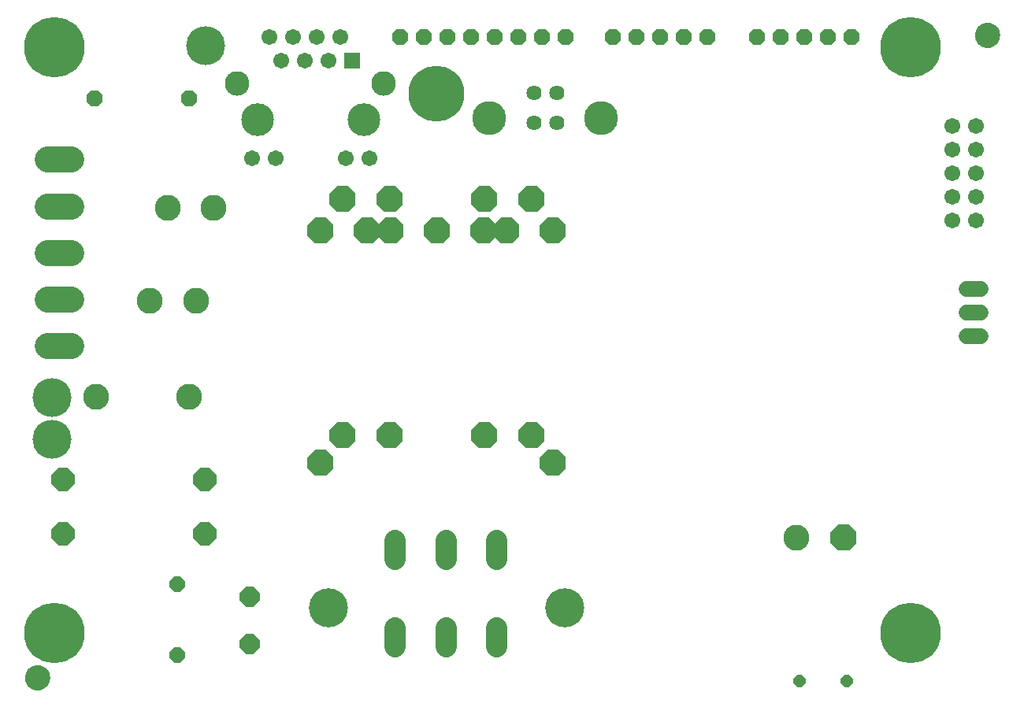
<source format=gbs>
G75*
G70*
%OFA0B0*%
%FSLAX24Y24*%
%IPPOS*%
%LPD*%
%AMOC8*
5,1,8,0,0,1.08239X$1,22.5*
%
%ADD10C,0.1100*%
%ADD11OC8,0.1100*%
%ADD12C,0.1100*%
%ADD13OC8,0.0973*%
%ADD14C,0.0907*%
%ADD15OC8,0.0640*%
%ADD16OC8,0.0840*%
%ADD17C,0.1653*%
%ADD18C,0.0674*%
%ADD19C,0.0674*%
%ADD20C,0.0640*%
%ADD21C,0.1436*%
%ADD22OC8,0.0674*%
%ADD23R,0.0674X0.0674*%
%ADD24C,0.1039*%
%ADD25C,0.1386*%
%ADD26OC8,0.0680*%
%ADD27C,0.0050*%
%ADD28C,0.2562*%
%ADD29C,0.1650*%
%ADD30OC8,0.0516*%
%ADD31C,0.2365*%
D10*
X009384Y017787D03*
X013321Y017787D03*
X013622Y021853D03*
X011672Y021853D03*
X012420Y025790D03*
X014370Y025790D03*
X039047Y011812D03*
D11*
X041047Y011812D03*
X028742Y014976D03*
X027821Y016147D03*
X025821Y016147D03*
X021821Y016147D03*
X019821Y016147D03*
X018900Y014976D03*
X018900Y024818D03*
X019821Y026147D03*
X020868Y024818D03*
X021853Y024818D03*
X021821Y026147D03*
X023821Y024818D03*
X025790Y024818D03*
X026774Y024818D03*
X025821Y026147D03*
X027821Y026147D03*
X028742Y024818D03*
D12*
X008328Y023906D02*
X007328Y023906D01*
X007328Y025874D02*
X008328Y025874D01*
X008328Y027843D02*
X007328Y027843D01*
X007328Y021937D02*
X008328Y021937D01*
X008328Y019969D02*
X007328Y019969D01*
D13*
X008006Y014292D03*
X008006Y011986D03*
X014006Y011986D03*
X014006Y014292D03*
D14*
X022046Y011734D02*
X022046Y010909D01*
X024196Y010909D02*
X024196Y011734D01*
X026346Y011734D02*
X026346Y010909D01*
X026346Y008034D02*
X026346Y007209D01*
X024196Y007209D02*
X024196Y008034D01*
X022046Y008034D02*
X022046Y007209D01*
D15*
X012821Y006847D03*
X012821Y009847D03*
D16*
X015896Y009322D03*
X015896Y007322D03*
D17*
X019221Y008847D03*
X029221Y008847D03*
D18*
X046224Y020347D02*
X046818Y020347D01*
X046818Y021347D02*
X046224Y021347D01*
X046224Y022347D02*
X046818Y022347D01*
D19*
X046640Y025259D03*
X045640Y025259D03*
X045640Y026259D03*
X046640Y026259D03*
X046640Y027259D03*
X045640Y027259D03*
X045640Y028259D03*
X046640Y028259D03*
X046640Y029259D03*
X045640Y029259D03*
X020966Y027903D03*
X019966Y027903D03*
X016986Y027903D03*
X015986Y027903D03*
X017226Y032021D03*
X018226Y032021D03*
X019226Y032021D03*
X019726Y033021D03*
X018726Y033021D03*
X017726Y033021D03*
X016726Y033021D03*
D20*
X027920Y030658D03*
X028904Y030658D03*
X028904Y029398D03*
X027920Y029398D03*
D21*
X026042Y029595D03*
X030782Y029595D03*
D22*
X031271Y033022D03*
X032271Y033022D03*
X033271Y033022D03*
X034271Y033022D03*
X035271Y033022D03*
X037371Y033022D03*
X038371Y033022D03*
X039371Y033022D03*
X040371Y033022D03*
X041371Y033022D03*
X029271Y033022D03*
X028271Y033022D03*
X027271Y033022D03*
X026271Y033022D03*
X025271Y033022D03*
X024271Y033022D03*
X023271Y033022D03*
X022271Y033022D03*
D23*
X020226Y032021D03*
D24*
X021576Y031052D03*
X015375Y031052D03*
D25*
X016226Y029521D03*
X020726Y029521D03*
D26*
X013321Y030422D03*
X009321Y030422D03*
D27*
X006600Y005514D02*
X006671Y005464D01*
X006750Y005427D01*
X006834Y005404D01*
X006921Y005397D01*
X007008Y005404D01*
X007092Y005427D01*
X007171Y005464D01*
X007243Y005514D01*
X007304Y005575D01*
X007354Y005647D01*
X007391Y005726D01*
X006451Y005726D01*
X006429Y005810D01*
X006421Y005897D01*
X006429Y005984D01*
X006451Y006068D01*
X006488Y006147D01*
X006538Y006218D01*
X006600Y006280D01*
X006671Y006330D01*
X006750Y006367D01*
X006834Y006389D01*
X006921Y006397D01*
X007008Y006389D01*
X007092Y006367D01*
X007171Y006330D01*
X007243Y006280D01*
X007304Y006218D01*
X007354Y006147D01*
X007391Y006068D01*
X007414Y005984D01*
X007421Y005897D01*
X007414Y005810D01*
X007391Y005726D01*
X007404Y005774D02*
X006438Y005774D01*
X006428Y005823D02*
X007415Y005823D01*
X007419Y005871D02*
X006423Y005871D01*
X006423Y005920D02*
X007419Y005920D01*
X007415Y005968D02*
X006427Y005968D01*
X006438Y006017D02*
X007405Y006017D01*
X007392Y006065D02*
X006451Y006065D01*
X006473Y006114D02*
X007370Y006114D01*
X007343Y006162D02*
X006499Y006162D01*
X006533Y006211D02*
X007309Y006211D01*
X007263Y006259D02*
X006579Y006259D01*
X006640Y006308D02*
X007203Y006308D01*
X007114Y006356D02*
X006728Y006356D01*
X006451Y005726D02*
X006488Y005647D01*
X006538Y005575D01*
X006600Y005514D01*
X006582Y005532D02*
X007261Y005532D01*
X007308Y005580D02*
X006535Y005580D01*
X006501Y005629D02*
X007342Y005629D01*
X007368Y005677D02*
X006474Y005677D01*
X006643Y005483D02*
X007199Y005483D01*
X007109Y005435D02*
X006733Y005435D01*
X046688Y032847D02*
X046651Y032926D01*
X046629Y033010D01*
X046621Y033097D01*
X046629Y033184D01*
X046651Y033268D01*
X046688Y033347D01*
X046738Y033418D01*
X046800Y033480D01*
X046871Y033530D01*
X046950Y033567D01*
X047034Y033589D01*
X047121Y033597D01*
X047208Y033589D01*
X047292Y033567D01*
X047371Y033530D01*
X047443Y033480D01*
X047504Y033418D01*
X047554Y033347D01*
X047591Y033268D01*
X047614Y033184D01*
X047621Y033097D01*
X047614Y033010D01*
X047591Y032926D01*
X047554Y032847D01*
X047504Y032775D01*
X047443Y032714D01*
X047371Y032664D01*
X047292Y032627D01*
X047208Y032604D01*
X047121Y032597D01*
X047034Y032604D01*
X046950Y032627D01*
X046871Y032664D01*
X046800Y032714D01*
X046738Y032775D01*
X046688Y032847D01*
X046695Y032837D02*
X047548Y032837D01*
X047572Y032886D02*
X046670Y032886D01*
X046649Y032934D02*
X047593Y032934D01*
X047606Y032983D02*
X046636Y032983D01*
X046627Y033031D02*
X047615Y033031D01*
X047620Y033080D02*
X046623Y033080D01*
X046624Y033128D02*
X047618Y033128D01*
X047614Y033177D02*
X046628Y033177D01*
X046640Y033225D02*
X047602Y033225D01*
X047588Y033274D02*
X046654Y033274D01*
X046677Y033322D02*
X047565Y033322D01*
X047537Y033371D02*
X046705Y033371D01*
X046739Y033419D02*
X047503Y033419D01*
X047454Y033468D02*
X046788Y033468D01*
X046852Y033516D02*
X047390Y033516D01*
X047296Y033565D02*
X046946Y033565D01*
X046729Y032789D02*
X047514Y032789D01*
X047469Y032740D02*
X046773Y032740D01*
X046831Y032692D02*
X047411Y032692D01*
X047327Y032643D02*
X046915Y032643D01*
D28*
X043866Y032606D03*
X043866Y007803D03*
X007646Y007803D03*
X007646Y032606D03*
D29*
X014021Y032647D03*
X007521Y017747D03*
X007521Y015997D03*
D30*
X039171Y005747D03*
X041171Y005747D03*
D31*
X023788Y030637D03*
M02*

</source>
